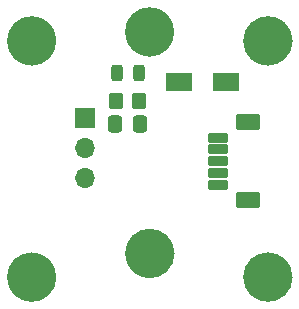
<source format=gbr>
%TF.GenerationSoftware,KiCad,Pcbnew,7.0.2*%
%TF.CreationDate,2023-10-18T18:01:29-04:00*%
%TF.ProjectId,encoder_go_v1_rev2,656e636f-6465-4725-9f67-6f5f76315f72,rev?*%
%TF.SameCoordinates,Original*%
%TF.FileFunction,Soldermask,Top*%
%TF.FilePolarity,Negative*%
%FSLAX46Y46*%
G04 Gerber Fmt 4.6, Leading zero omitted, Abs format (unit mm)*
G04 Created by KiCad (PCBNEW 7.0.2) date 2023-10-18 18:01:29*
%MOMM*%
%LPD*%
G01*
G04 APERTURE LIST*
G04 Aperture macros list*
%AMRoundRect*
0 Rectangle with rounded corners*
0 $1 Rounding radius*
0 $2 $3 $4 $5 $6 $7 $8 $9 X,Y pos of 4 corners*
0 Add a 4 corners polygon primitive as box body*
4,1,4,$2,$3,$4,$5,$6,$7,$8,$9,$2,$3,0*
0 Add four circle primitives for the rounded corners*
1,1,$1+$1,$2,$3*
1,1,$1+$1,$4,$5*
1,1,$1+$1,$6,$7*
1,1,$1+$1,$8,$9*
0 Add four rect primitives between the rounded corners*
20,1,$1+$1,$2,$3,$4,$5,0*
20,1,$1+$1,$4,$5,$6,$7,0*
20,1,$1+$1,$6,$7,$8,$9,0*
20,1,$1+$1,$8,$9,$2,$3,0*%
G04 Aperture macros list end*
%ADD10C,2.075000*%
%ADD11RoundRect,0.250000X-0.350000X-0.450000X0.350000X-0.450000X0.350000X0.450000X-0.350000X0.450000X0*%
%ADD12RoundRect,0.250000X-0.337500X-0.475000X0.337500X-0.475000X0.337500X0.475000X-0.337500X0.475000X0*%
%ADD13RoundRect,0.243750X0.243750X0.456250X-0.243750X0.456250X-0.243750X-0.456250X0.243750X-0.456250X0*%
%ADD14RoundRect,0.102000X-0.775000X0.300000X-0.775000X-0.300000X0.775000X-0.300000X0.775000X0.300000X0*%
%ADD15RoundRect,0.102000X-0.900000X0.600000X-0.900000X-0.600000X0.900000X-0.600000X0.900000X0.600000X0*%
%ADD16R,2.200000X1.550000*%
%ADD17R,1.700000X1.700000*%
%ADD18O,1.700000X1.700000*%
G04 APERTURE END LIST*
D10*
X151022912Y-89241522D02*
G75*
G03*
X151022912Y-89241522I-1037500J0D01*
G01*
X151037500Y-108000000D02*
G75*
G03*
X151037500Y-108000000I-1037500J0D01*
G01*
X141037500Y-90000000D02*
G75*
G03*
X141037500Y-90000000I-1037500J0D01*
G01*
X161037500Y-110000000D02*
G75*
G03*
X161037500Y-110000000I-1037500J0D01*
G01*
X141037500Y-110000000D02*
G75*
G03*
X141037500Y-110000000I-1037500J0D01*
G01*
X161037500Y-90000000D02*
G75*
G03*
X161037500Y-90000000I-1037500J0D01*
G01*
D11*
%TO.C,R1*%
X147100318Y-95107832D03*
X149100318Y-95107832D03*
%TD*%
D12*
%TO.C,C1*%
X147066558Y-97070701D03*
X149141558Y-97070701D03*
%TD*%
D13*
%TO.C,D1*%
X149060501Y-92740999D03*
X147185501Y-92740999D03*
%TD*%
D14*
%TO.C,J1*%
X155812000Y-98187000D03*
X155812000Y-99187000D03*
X155812000Y-100187000D03*
X155812000Y-101187000D03*
X155812000Y-102187000D03*
D15*
X158337000Y-96887000D03*
X158337000Y-103487000D03*
%TD*%
D16*
%TO.C,D2*%
X152445000Y-93486999D03*
X156445000Y-93486999D03*
%TD*%
D17*
%TO.C,J2*%
X144503000Y-96531999D03*
D18*
X144503000Y-99071999D03*
X144503000Y-101611999D03*
%TD*%
M02*

</source>
